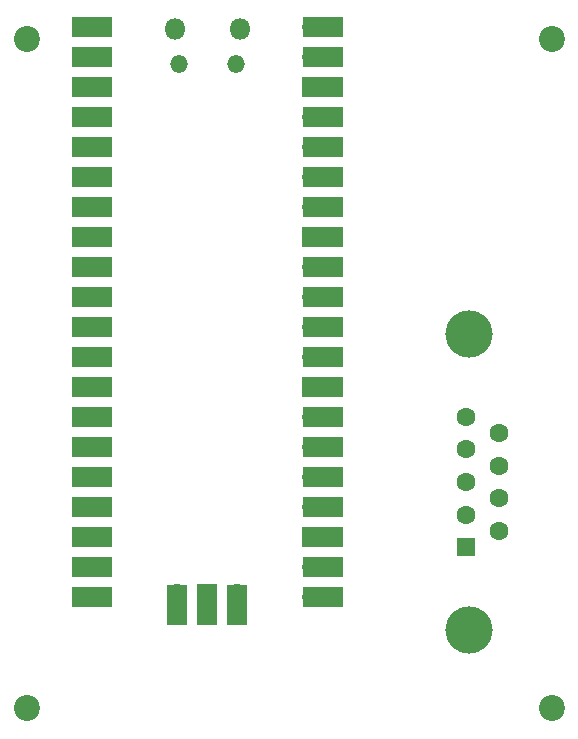
<source format=gbr>
%TF.GenerationSoftware,KiCad,Pcbnew,(7.0.0)*%
%TF.CreationDate,2023-04-21T14:06:02-07:00*%
%TF.ProjectId,DecentXE-to-USB,44656365-6e74-4584-952d-746f2d555342,2*%
%TF.SameCoordinates,Original*%
%TF.FileFunction,Soldermask,Top*%
%TF.FilePolarity,Negative*%
%FSLAX46Y46*%
G04 Gerber Fmt 4.6, Leading zero omitted, Abs format (unit mm)*
G04 Created by KiCad (PCBNEW (7.0.0)) date 2023-04-21 14:06:02*
%MOMM*%
%LPD*%
G01*
G04 APERTURE LIST*
%ADD10O,1.800000X1.800000*%
%ADD11O,1.500000X1.500000*%
%ADD12O,1.700000X1.700000*%
%ADD13R,3.500000X1.700000*%
%ADD14R,1.700000X1.700000*%
%ADD15R,1.700000X3.500000*%
%ADD16C,4.000000*%
%ADD17R,1.600000X1.600000*%
%ADD18C,1.600000*%
%ADD19C,2.200000*%
G04 APERTURE END LIST*
D10*
%TO.C,U1*%
X28311999Y-18142999D03*
D11*
X28611999Y-21172999D03*
X33461999Y-21172999D03*
D10*
X33761999Y-18142999D03*
D12*
X22146999Y-18012999D03*
D13*
X21246999Y-18012999D03*
D12*
X22146999Y-20552999D03*
D13*
X21246999Y-20552999D03*
D14*
X22146999Y-23092999D03*
D13*
X21246999Y-23092999D03*
D12*
X22146999Y-25632999D03*
D13*
X21246999Y-25632999D03*
D12*
X22146999Y-28172999D03*
D13*
X21246999Y-28172999D03*
D12*
X22146999Y-30712999D03*
D13*
X21246999Y-30712999D03*
D12*
X22146999Y-33252999D03*
D13*
X21246999Y-33252999D03*
D14*
X22146999Y-35792999D03*
D13*
X21246999Y-35792999D03*
D12*
X22146999Y-38332999D03*
D13*
X21246999Y-38332999D03*
D12*
X22146999Y-40872999D03*
D13*
X21246999Y-40872999D03*
D12*
X22146999Y-43412999D03*
D13*
X21246999Y-43412999D03*
D12*
X22146999Y-45952999D03*
D13*
X21246999Y-45952999D03*
D14*
X22146999Y-48492999D03*
D13*
X21246999Y-48492999D03*
D12*
X22146999Y-51032999D03*
D13*
X21246999Y-51032999D03*
D12*
X22146999Y-53572999D03*
D13*
X21246999Y-53572999D03*
D12*
X22146999Y-56112999D03*
D13*
X21246999Y-56112999D03*
D12*
X22146999Y-58652999D03*
D13*
X21246999Y-58652999D03*
D14*
X22146999Y-61192999D03*
D13*
X21246999Y-61192999D03*
D12*
X22146999Y-63732999D03*
D13*
X21246999Y-63732999D03*
D12*
X22146999Y-66272999D03*
D13*
X21246999Y-66272999D03*
D12*
X39926999Y-66272999D03*
D13*
X40826999Y-66272999D03*
D12*
X39926999Y-63732999D03*
D13*
X40826999Y-63732999D03*
D14*
X39926999Y-61192999D03*
D13*
X40826999Y-61192999D03*
D12*
X39926999Y-58652999D03*
D13*
X40826999Y-58652999D03*
D12*
X39926999Y-56112999D03*
D13*
X40826999Y-56112999D03*
D12*
X39926999Y-53572999D03*
D13*
X40826999Y-53572999D03*
D12*
X39926999Y-51032999D03*
D13*
X40826999Y-51032999D03*
D14*
X39926999Y-48492999D03*
D13*
X40826999Y-48492999D03*
D12*
X39926999Y-45952999D03*
D13*
X40826999Y-45952999D03*
D12*
X39926999Y-43412999D03*
D13*
X40826999Y-43412999D03*
D12*
X39926999Y-40872999D03*
D13*
X40826999Y-40872999D03*
D12*
X39926999Y-38332999D03*
D13*
X40826999Y-38332999D03*
D14*
X39926999Y-35792999D03*
D13*
X40826999Y-35792999D03*
D12*
X39926999Y-33252999D03*
D13*
X40826999Y-33252999D03*
D12*
X39926999Y-30712999D03*
D13*
X40826999Y-30712999D03*
D12*
X39926999Y-28172999D03*
D13*
X40826999Y-28172999D03*
D12*
X39926999Y-25632999D03*
D13*
X40826999Y-25632999D03*
D14*
X39926999Y-23092999D03*
D13*
X40826999Y-23092999D03*
D12*
X39926999Y-20552999D03*
D13*
X40826999Y-20552999D03*
D12*
X39926999Y-18012999D03*
D13*
X40826999Y-18012999D03*
D12*
X28496999Y-66042999D03*
D15*
X28496999Y-66942999D03*
D14*
X31036999Y-66042999D03*
D15*
X31036999Y-66942999D03*
D12*
X33576999Y-66042999D03*
D15*
X33576999Y-66942999D03*
%TD*%
D16*
%TO.C,J2*%
X53214669Y-69025000D03*
X53214669Y-44025000D03*
D17*
X52914668Y-62064999D03*
D18*
X52914669Y-59295000D03*
X52914669Y-56525000D03*
X52914669Y-53755000D03*
X52914669Y-50985000D03*
X55754669Y-60680000D03*
X55754669Y-57910000D03*
X55754669Y-55140000D03*
X55754669Y-52370000D03*
%TD*%
D19*
%TO.C,REF\u002A\u002A*%
X15748000Y-19050000D03*
%TD*%
%TO.C,REF\u002A\u002A*%
X60198000Y-19050000D03*
%TD*%
%TO.C,REF\u002A\u002A*%
X60198000Y-75692000D03*
%TD*%
%TO.C,REF\u002A\u002A*%
X15748000Y-75692000D03*
%TD*%
M02*

</source>
